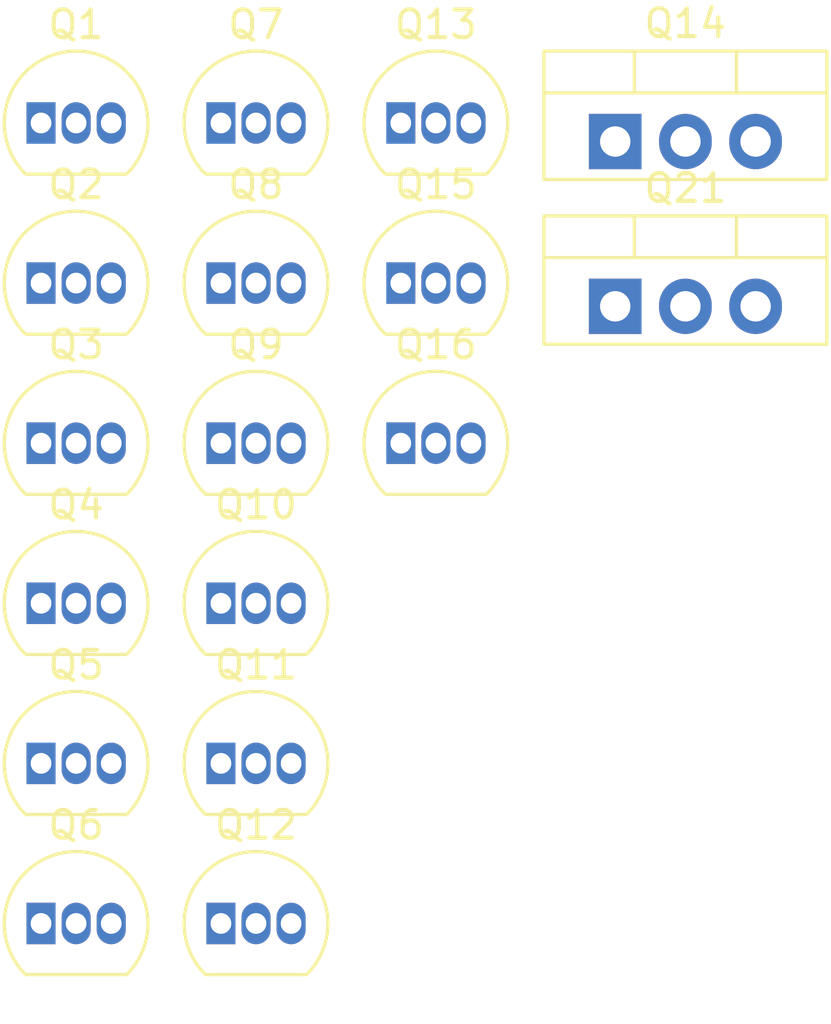
<source format=kicad_pcb>
(kicad_pcb (version 20240108) (generator "pcbnew") (generator_version "8.0")
  (layers (0 "F.Cu" signal) (31 "B.Cu" signal) (34 "B.Paste" user) (35 "F.Paste" user) (36 "B.SilkS" user "B.Silkscreen") (37 "F.SilkS" user "F.Silkscreen") (38 "B.Mask" user) (39 "F.Mask" user) (44 "Edge.Cuts" user))
  (net 0 "")
  (net 1 "VCC")
  (net 2 "Net-(Q1-B)")
  (net 3 "Net-(Q1-E)")
  (net 4 "Net-(Q2-E)")
  (net 5 "Net-(Q13-B)")
  (net 6 "Net-(Q3-B)")
  (net 7 "Net-(D1-A)")
  (net 8 "GND")
  (net 9 "Net-(Q4-E)")
  (net 10 "Net-(Q15-B)")
  (net 11 "Net-(Q6-E)")
  (net 12 "Net-(Q11-B)")
  (net 13 "Net-(Q8-E)")
  (net 14 "Net-(Q10-E)")
  (net 15 "Net-(D2-A)")
  (net 16 "Net-(Q12-E)")
  (net 17 "Net-(Q12-C)")
  (net 18 "Net-(Q14-D)")
  (net 19 "Net-(Q14-G)")
  (net 20 "Net-(Q15-C)")
  (net 21 "/INPUT")
  (net 22 "Net-(Q21-D)")
  (footprint "Package_TO_SOT_THT:TO-92_Inline" (layer "F.Cu") (at 145.14 99.53)
    (property "Reference" "Q5" (at 1.27 -3.56 0) (layer "F.SilkS"))
    (property "Value" "BC557")
    (fp_line (start -0.53 1.85) (end 3.07 1.85) (stroke (width 0.12)) (layer "F.SilkS"))
    (fp_arc (start -0.568478 1.838478) (mid -1.132087 -0.994977) (end 1.27 -2.6) (stroke (width 0.12)) (layer "F.SilkS"))
    (fp_arc (start 1.27 -2.6) (mid 3.672087 -0.994977) (end 3.108478 1.838478) (stroke (width 0.12)) (layer "F.SilkS"))
    (pad "1" thru_hole rect (at 0 0) (size 1.05 1.5) (drill 0.75) (layers "*.Cu" "*.Mask") (net 4 "Net-(Q2-E)"))
    (pad "2" thru_hole oval (at 1.27 0) (size 1.05 1.5) (drill 0.75) (layers "*.Cu" "*.Mask") (net 10 "Net-(Q15-B)"))
    (pad "3" thru_hole oval (at 2.54 0) (size 1.05 1.5) (drill 0.75) (layers "*.Cu" "*.Mask") (net 6 "Net-(Q3-B)"))
  )
  (footprint "Package_TO_SOT_THT:TO-92_Inline" (layer "F.Cu") (at 151.65 76.37)
    (property "Reference" "Q7" (at 1.27 -3.56 0) (layer "F.SilkS"))
    (property "Value" "BC557")
    (fp_line (start -0.53 1.85) (end 3.07 1.85) (stroke (width 0.12)) (layer "F.SilkS"))
    (fp_arc (start -0.568478 1.838478) (mid -1.132087 -0.994977) (end 1.27 -2.6) (stroke (width 0.12)) (layer "F.SilkS"))
    (fp_arc (start 1.27 -2.6) (mid 3.672087 -0.994977) (end 3.108478 1.838478) (stroke (width 0.12)) (layer "F.SilkS"))
    (pad "1" thru_hole rect (at 0 0) (size 1.05 1.5) (drill 0.75) (layers "*.Cu" "*.Mask") (net 11 "Net-(Q6-E)"))
    (pad "2" thru_hole oval (at 1.27 0) (size 1.05 1.5) (drill 0.75) (layers "*.Cu" "*.Mask") (net 5 "Net-(Q13-B)"))
    (pad "3" thru_hole oval (at 2.54 0) (size 1.05 1.5) (drill 0.75) (layers "*.Cu" "*.Mask") (net 12 "Net-(Q11-B)"))
  )
  (footprint "Package_TO_SOT_THT:TO-220-3_Vertical" (layer "F.Cu") (at 165.92 77.04)
    (property "Reference" "Q14" (at 2.54 -4.27 0) (layer "F.SilkS"))
    (property "Value" "IRLZ44N")
    (fp_line (start -2.58 -3.27) (end -2.58 1.371) (stroke (width 0.12)) (layer "F.SilkS"))
    (fp_line (start -2.58 -3.27) (end 7.66 -3.27) (stroke (width 0.12)) (layer "F.SilkS"))
    (fp_line (start -2.58 -1.76) (end 7.66 -1.76) (stroke (width 0.12)) (layer "F.SilkS"))
    (fp_line (start -2.58 1.371) (end 7.66 1.371) (stroke (width 0.12)) (layer "F.SilkS"))
    (fp_line (start 0.69 -3.27) (end 0.69 -1.76) (stroke (width 0.12)) (layer "F.SilkS"))
    (fp_line (start 4.391 -3.27) (end 4.391 -1.76) (stroke (width 0.12)) (layer "F.SilkS"))
    (fp_line (start 7.66 -3.27) (end 7.66 1.371) (stroke (width 0.12)) (layer "F.SilkS"))
    (pad "1" thru_hole rect (at 0 0) (size 1.905 2) (drill 1.1) (layers "*.Cu" "*.Mask") (net 19 "Net-(Q14-G)"))
    (pad "2" thru_hole oval (at 2.54 0) (size 1.905 2) (drill 1.1) (layers "*.Cu" "*.Mask") (net 18 "Net-(Q14-D)"))
    (pad "3" thru_hole oval (at 5.08 0) (size 1.905 2) (drill 1.1) (layers "*.Cu" "*.Mask") (net 8 "GND"))
  )
  (footprint "Package_TO_SOT_THT:TO-92_Inline" (layer "F.Cu") (at 145.14 82.16)
    (property "Reference" "Q2" (at 1.27 -3.56 0) (layer "F.SilkS"))
    (property "Value" "BC557")
    (fp_line (start -0.53 1.85) (end 3.07 1.85) (stroke (width 0.12)) (layer "F.SilkS"))
    (fp_arc (start -0.568478 1.838478) (mid -1.132087 -0.994977) (end 1.27 -2.6) (stroke (width 0.12)) (layer "F.SilkS"))
    (fp_arc (start 1.27 -2.6) (mid 3.672087 -0.994977) (end 3.108478 1.838478) (stroke (width 0.12)) (layer "F.SilkS"))
    (pad "1" thru_hole rect (at 0 0) (size 1.05 1.5) (drill 0.75) (layers "*.Cu" "*.Mask") (net 1 "VCC"))
    (pad "2" thru_hole oval (at 1.27 0) (size 1.05 1.5) (drill 0.75) (layers "*.Cu" "*.Mask") (net 5 "Net-(Q13-B)"))
    (pad "3" thru_hole oval (at 2.54 0) (size 1.05 1.5) (drill 0.75) (layers "*.Cu" "*.Mask") (net 4 "Net-(Q2-E)"))
  )
  (footprint "Package_TO_SOT_THT:TO-92_Inline" (layer "F.Cu") (at 151.65 99.53)
    (property "Reference" "Q11" (at 1.27 -3.56 0) (layer "F.SilkS"))
    (property "Value" "BC557")
    (fp_line (start -0.53 1.85) (end 3.07 1.85) (stroke (width 0.12)) (layer "F.SilkS"))
    (fp_arc (start -0.568478 1.838478) (mid -1.132087 -0.994977) (end 1.27 -2.6) (stroke (width 0.12)) (layer "F.SilkS"))
    (fp_arc (start 1.27 -2.6) (mid 3.672087 -0.994977) (end 3.108478 1.838478) (stroke (width 0.12)) (layer "F.SilkS"))
    (pad "1" thru_hole rect (at 0 0) (size 1.05 1.5) (drill 0.75) (layers "*.Cu" "*.Mask") (net 14 "Net-(Q10-E)"))
    (pad "2" thru_hole oval (at 1.27 0) (size 1.05 1.5) (drill 0.75) (layers "*.Cu" "*.Mask") (net 12 "Net-(Q11-B)"))
    (pad "3" thru_hole oval (at 2.54 0) (size 1.05 1.5) (drill 0.75) (layers "*.Cu" "*.Mask") (net 15 "Net-(D2-A)"))
  )
  (footprint "Package_TO_SOT_THT:TO-92_Inline" (layer "F.Cu") (at 158.16 87.95)
    (property "Reference" "Q16" (at 1.27 -3.56 0) (layer "F.SilkS"))
    (property "Value" "BC557")
    (fp_line (start -0.53 1.85) (end 3.07 1.85) (stroke (width 0.12)) (layer "F.SilkS"))
    (fp_arc (start -0.568478 1.838478) (mid -1.132087 -0.994977) (end 1.27 -2.6) (stroke (width 0.12)) (layer "F.SilkS"))
    (fp_arc (start 1.27 -2.6) (mid 3.672087 -0.994977) (end 3.108478 1.838478) (stroke (width 0.12)) (layer "F.SilkS"))
    (pad "1" thru_hole rect (at 0 0) (size 1.05 1.5) (drill 0.75) (layers "*.Cu" "*.Mask") (net 1 "VCC"))
    (pad "2" thru_hole oval (at 1.27 0) (size 1.05 1.5) (drill 0.75) (layers "*.Cu" "*.Mask") (net 15 "Net-(D2-A)"))
    (pad "3" thru_hole oval (at 2.54 0) (size 1.05 1.5) (drill 0.75) (layers "*.Cu" "*.Mask") (net 20 "Net-(Q15-C)"))
  )
  (footprint "Package_TO_SOT_THT:TO-92_Inline" (layer "F.Cu") (at 151.65 82.16)
    (property "Reference" "Q8" (at 1.27 -3.56 0) (layer "F.SilkS"))
    (property "Value" "BC557")
    (fp_line (start -0.53 1.85) (end 3.07 1.85) (stroke (width 0.12)) (layer "F.SilkS"))
    (fp_arc (start -0.568478 1.838478) (mid -1.132087 -0.994977) (end 1.27 -2.6) (stroke (width 0.12)) (layer "F.SilkS"))
    (fp_arc (start 1.27 -2.6) (mid 3.672087 -0.994977) (end 3.108478 1.838478) (stroke (width 0.12)) (layer "F.SilkS"))
    (pad "1" thru_hole rect (at 0 0) (size 1.05 1.5) (drill 0.75) (layers "*.Cu" "*.Mask") (net 1 "VCC"))
    (pad "2" thru_hole oval (at 1.27 0) (size 1.05 1.5) (drill 0.75) (layers "*.Cu" "*.Mask") (net 9 "Net-(Q4-E)"))
    (pad "3" thru_hole oval (at 2.54 0) (size 1.05 1.5) (drill 0.75) (layers "*.Cu" "*.Mask") (net 13 "Net-(Q8-E)"))
  )
  (footprint "Package_TO_SOT_THT:TO-220-3_Vertical" (layer "F.Cu") (at 165.92 83)
    (property "Reference" "Q21" (at 2.54 -4.27 0) (layer "F.SilkS"))
    (property "Value" "IRLZ44N")
    (fp_line (start -2.58 -3.27) (end -2.58 1.371) (stroke (width 0.12)) (layer "F.SilkS"))
    (fp_line (start -2.58 -3.27) (end 7.66 -3.27) (stroke (width 0.12)) (layer "F.SilkS"))
    (fp_line (start -2.58 -1.76) (end 7.66 -1.76) (stroke (width 0.12)) (layer "F.SilkS"))
    (fp_line (start -2.58 1.371) (end 7.66 1.371) (stroke (width 0.12)) (layer "F.SilkS"))
    (fp_line (start 0.69 -3.27) (end 0.69 -1.76) (stroke (width 0.12)) (layer "F.SilkS"))
    (fp_line (start 4.391 -3.27) (end 4.391 -1.76) (stroke (width 0.12)) (layer "F.SilkS"))
    (fp_line (start 7.66 -3.27) (end 7.66 1.371) (stroke (width 0.12)) (layer "F.SilkS"))
    (pad "1" thru_hole rect (at 0 0) (size 1.905 2) (drill 1.1) (layers "*.Cu" "*.Mask") (net 16 "Net-(Q12-E)"))
    (pad "2" thru_hole oval (at 2.54 0) (size 1.905 2) (drill 1.1) (layers "*.Cu" "*.Mask") (net 22 "Net-(Q21-D)"))
    (pad "3" thru_hole oval (at 5.08 0) (size 1.905 2) (drill 1.1) (layers "*.Cu" "*.Mask") (net 21 "/INPUT"))
  )
  (footprint "Package_TO_SOT_THT:TO-92_Inline" (layer "F.Cu") (at 151.65 105.32)
    (property "Reference" "Q12" (at 1.27 -3.56 0) (layer "F.SilkS"))
    (property "Value" "BC557")
    (fp_line (start -0.53 1.85) (end 3.07 1.85) (stroke (width 0.12)) (layer "F.SilkS"))
    (fp_arc (start -0.568478 1.838478) (mid -1.132087 -0.994977) (end 1.27 -2.6) (stroke (width 0.12)) (layer "F.SilkS"))
    (fp_arc (start 1.27 -2.6) (mid 3.672087 -0.994977) (end 3.108478 1.838478) (stroke (width 0.12)) (layer "F.SilkS"))
    (pad "1" thru_hole rect (at 0 0) (size 1.05 1.5) (drill 0.75) (layers "*.Cu" "*.Mask") (net 17 "Net-(Q12-C)"))
    (pad "2" thru_hole oval (at 1.27 0) (size 1.05 1.5) (drill 0.75) (layers "*.Cu" "*.Mask") (net 15 "Net-(D2-A)"))
    (pad "3" thru_hole oval (at 2.54 0) (size 1.05 1.5) (drill 0.75) (layers "*.Cu" "*.Mask") (net 16 "Net-(Q12-E)"))
  )
  (footprint "Package_TO_SOT_THT:TO-92_Inline" (layer "F.Cu") (at 151.65 93.74)
    (property "Reference" "Q10" (at 1.27 -3.56 0) (layer "F.SilkS"))
    (property "Value" "BC557")
    (fp_line (start -0.53 1.85) (end 3.07 1.85) (stroke (width 0.12)) (layer "F.SilkS"))
    (fp_arc (start -0.568478 1.838478) (mid -1.132087 -0.994977) (end 1.27 -2.6) (stroke (width 0.12)) (layer "F.SilkS"))
    (fp_arc (start 1.27 -2.6) (mid 3.672087 -0.994977) (end 3.108478 1.838478) (stroke (width 0.12)) (layer "F.SilkS"))
    (pad "1" thru_hole rect (at 0 0) (size 1.05 1.5) (drill 0.75) (layers "*.Cu" "*.Mask") (net 1 "VCC"))
    (pad "2" thru_hole oval (at 1.27 0) (size 1.05 1.5) (drill 0.75) (layers "*.Cu" "*.Mask") (net 2 "Net-(Q1-B)"))
    (pad "3" thru_hole oval (at 2.54 0) (size 1.05 1.5) (drill 0.75) (layers "*.Cu" "*.Mask") (net 14 "Net-(Q10-E)"))
  )
  (footprint "Package_TO_SOT_THT:TO-92_Inline" (layer "F.Cu") (at 158.16 82.16)
    (property "Reference" "Q15" (at 1.27 -3.56 0) (layer "F.SilkS"))
    (property "Value" "BC557")
    (fp_line (start -0.53 1.85) (end 3.07 1.85) (stroke (width 0.12)) (layer "F.SilkS"))
    (fp_arc (start -0.568478 1.838478) (mid -1.132087 -0.994977) (end 1.27 -2.6) (stroke (width 0.12)) (layer "F.SilkS"))
    (fp_arc (start 1.27 -2.6) (mid 3.672087 -0.994977) (end 3.108478 1.838478) (stroke (width 0.12)) (layer "F.SilkS"))
    (pad "1" thru_hole rect (at 0 0) (size 1.05 1.5) (drill 0.75) (layers "*.Cu" "*.Mask") (net 20 "Net-(Q15-C)"))
    (pad "2" thru_hole oval (at 1.27 0) (size 1.05 1.5) (drill 0.75) (layers "*.Cu" "*.Mask") (net 10 "Net-(Q15-B)"))
    (pad "3" thru_hole oval (at 2.54 0) (size 1.05 1.5) (drill 0.75) (layers "*.Cu" "*.Mask") (net 19 "Net-(Q14-G)"))
  )
  (footprint "Package_TO_SOT_THT:TO-92_Inline" (layer "F.Cu") (at 158.16 76.37)
    (property "Reference" "Q13" (at 1.27 -3.56 0) (layer "F.SilkS"))
    (property "Value" "BC557")
    (fp_line (start -0.53 1.85) (end 3.07 1.85) (stroke (width 0.12)) (layer "F.SilkS"))
    (fp_arc (start -0.568478 1.838478) (mid -1.132087 -0.994977) (end 1.27 -2.6) (stroke (width 0.12)) (layer "F.SilkS"))
    (fp_arc (start 1.27 -2.6) (mid 3.672087 -0.994977) (end 3.108478 1.838478) (stroke (width 0.12)) (layer "F.SilkS"))
    (pad "1" thru_hole rect (at 0 0) (size 1.05 1.5) (drill 0.75) (layers "*.Cu" "*.Mask") (net 1 "VCC"))
    (pad "2" thru_hole oval (at 1.27 0) (size 1.05 1.5) (drill 0.75) (layers "*.Cu" "*.Mask") (net 5 "Net-(Q13-B)"))
    (pad "3" thru_hole oval (at 2.54 0) (size 1.05 1.5) (drill 0.75) (layers "*.Cu" "*.Mask") (net 17 "Net-(Q12-C)"))
  )
  (footprint "Package_TO_SOT_THT:TO-92_Inline" (layer "F.Cu") (at 145.14 87.95)
    (property "Reference" "Q3" (at 1.27 -3.56 0) (layer "F.SilkS"))
    (property "Value" "BC557")
    (fp_line (start -0.53 1.85) (end 3.07 1.85) (stroke (width 0.12)) (layer "F.SilkS"))
    (fp_arc (start -0.568478 1.838478) (mid -1.132087 -0.994977) (end 1.27 -2.6) (stroke (width 0.12)) (layer "F.SilkS"))
    (fp_arc (start 1.27 -2.6) (mid 3.672087 -0.994977) (end 3.108478 1.838478) (stroke (width 0.12)) (layer "F.SilkS"))
    (pad "1" thru_hole rect (at 0 0) (size 1.05 1.5) (drill 0.75) (layers "*.Cu" "*.Mask") (net 3 "Net-(Q1-E)"))
    (pad "2" thru_hole oval (at 1.27 0) (size 1.05 1.5) (drill 0.75) (layers "*.Cu" "*.Mask") (net 6 "Net-(Q3-B)"))
    (pad "3" thru_hole oval (at 2.54 0) (size 1.05 1.5) (drill 0.75) (layers "*.Cu" "*.Mask") (net 7 "Net-(D1-A)"))
  )
  (footprint "Package_TO_SOT_THT:TO-92_Inline" (layer "F.Cu") (at 145.14 76.37)
    (property "Reference" "Q1" (at 1.27 -3.56 0) (layer "F.SilkS"))
    (property "Value" "BC557")
    (fp_line (start -0.53 1.85) (end 3.07 1.85) (stroke (width 0.12)) (layer "F.SilkS"))
    (fp_arc (start -0.568478 1.838478) (mid -1.132087 -0.994977) (end 1.27 -2.6) (stroke (width 0.12)) (layer "F.SilkS"))
    (fp_arc (start 1.27 -2.6) (mid 3.672087 -0.994977) (end 3.108478 1.838478) (stroke (width 0.12)) (layer "F.SilkS"))
    (pad "1" thru_hole rect (at 0 0) (size 1.05 1.5) (drill 0.75) (layers "*.Cu" "*.Mask") (net 1 "VCC"))
    (pad "2" thru_hole oval (at 1.27 0) (size 1.05 1.5) (drill 0.75) (layers "*.Cu" "*.Mask") (net 2 "Net-(Q1-B)"))
    (pad "3" thru_hole oval (at 2.54 0) (size 1.05 1.5) (drill 0.75) (layers "*.Cu" "*.Mask") (net 3 "Net-(Q1-E)"))
  )
  (footprint "Package_TO_SOT_THT:TO-92_Inline" (layer "F.Cu") (at 145.14 93.74)
    (property "Reference" "Q4" (at 1.27 -3.56 0) (layer "F.SilkS"))
    (property "Value" "BC557")
    (fp_line (start -0.53 1.85) (end 3.07 1.85) (stroke (width 0.12)) (layer "F.SilkS"))
    (fp_arc (start -0.568478 1.838478) (mid -1.132087 -0.994977) (end 1.27 -2.6) (stroke (width 0.12)) (layer "F.SilkS"))
    (fp_arc (start 1.27 -2.6) (mid 3.672087 -0.994977) (end 3.108478 1.838478) (stroke (width 0.12)) (layer "F.SilkS"))
    (pad "1" thru_hole rect (at 0 0) (size 1.05 1.5) (drill 0.75) (layers "*.Cu" "*.Mask") (net 8 "GND"))
    (pad "2" thru_hole oval (at 1.27 0) (size 1.05 1.5) (drill 0.75) (layers "*.Cu" "*.Mask") (net 6 "Net-(Q3-B)"))
    (pad "3" thru_hole oval (at 2.54 0) (size 1.05 1.5) (drill 0.75) (layers "*.Cu" "*.Mask") (net 9 "Net-(Q4-E)"))
  )
  (footprint "Package_TO_SOT_THT:TO-92_Inline" (layer "F.Cu") (at 145.14 105.32)
    (property "Reference" "Q6" (at 1.27 -3.56 0) (layer "F.SilkS"))
    (property "Value" "BC557")
    (fp_line (start -0.53 1.85) (end 3.07 1.85) (stroke (width 0.12)) (layer "F.SilkS"))
    (fp_arc (start -0.568478 1.838478) (mid -1.132087 -0.994977) (end 1.27 -2.6) (stroke (width 0.12)) (layer "F.SilkS"))
    (fp_arc (start 1.27 -2.6) (mid 3.672087 -0.994977) (end 3.108478 1.838478) (stroke (width 0.12)) (layer "F.SilkS"))
    (pad "1" thru_hole rect (at 0 0) (size 1.05 1.5) (drill 0.75) (layers "*.Cu" "*.Mask") (net 1 "VCC"))
    (pad "2" thru_hole oval (at 1.27 0) (size 1.05 1.5) (drill 0.75) (layers "*.Cu" "*.Mask") (net 9 "Net-(Q4-E)"))
    (pad "3" thru_hole oval (at 2.54 0) (size 1.05 1.5) (drill 0.75) (layers "*.Cu" "*.Mask") (net 11 "Net-(Q6-E)"))
  )
  (footprint "Package_TO_SOT_THT:TO-92_Inline" (layer "F.Cu") (at 151.65 87.95)
    (property "Reference" "Q9" (at 1.27 -3.56 0) (layer "F.SilkS"))
    (property "Value" "BC557")
    (fp_line (start -0.53 1.85) (end 3.07 1.85) (stroke (width 0.12)) (layer "F.SilkS"))
    (fp_arc (start -0.568478 1.838478) (mid -1.132087 -0.994977) (end 1.27 -2.6) (stroke (width 0.12)) (layer "F.SilkS"))
    (fp_arc (start 1.27 -2.6) (mid 3.672087 -0.994977) (end 3.108478 1.838478) (stroke (width 0.12)) (layer "F.SilkS"))
    (pad "1" thru_hole rect (at 0 0) (size 1.05 1.5) (drill 0.75) (layers "*.Cu" "*.Mask") (net 13 "Net-(Q8-E)"))
    (pad "2" thru_hole oval (at 1.27 0) (size 1.05 1.5) (drill 0.75) (layers "*.Cu" "*.Mask") (net 10 "Net-(Q15-B)"))
    (pad "3" thru_hole oval (at 2.54 0) (size 1.05 1.5) (drill 0.75) (layers "*.Cu" "*.Mask") (net 12 "Net-(Q11-B)"))
  )
)
</source>
